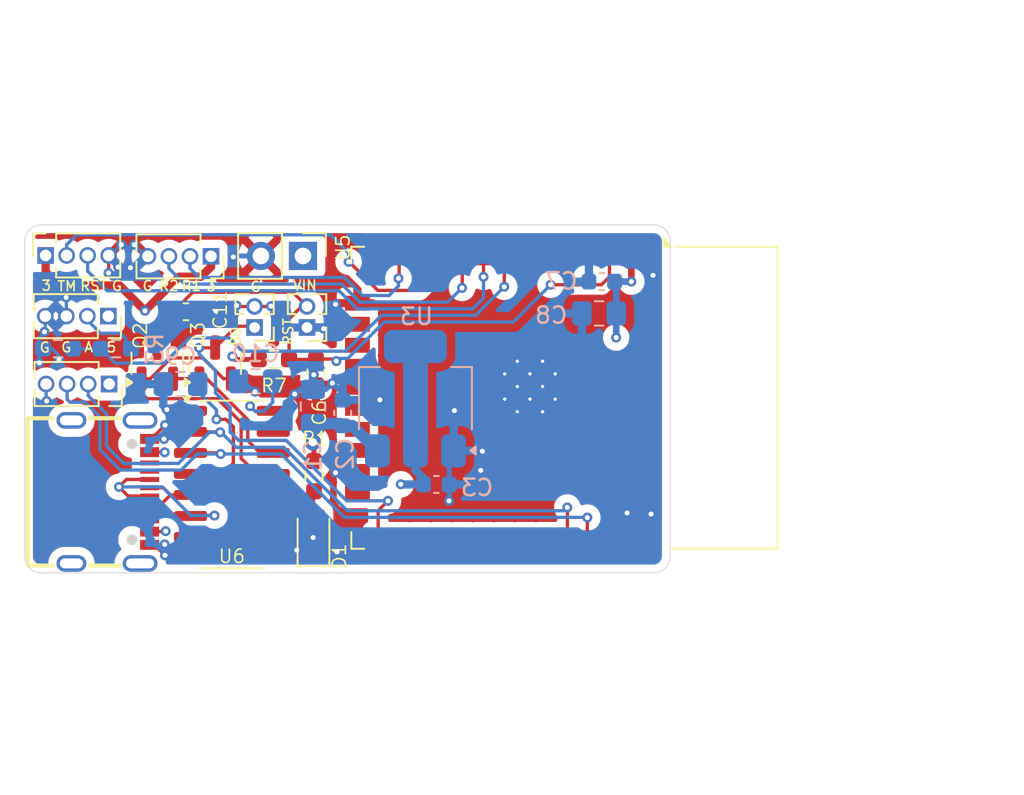
<source format=kicad_pcb>
(kicad_pcb (version 20241229) (generator "pcbnew") (generator_version "9.0")
  (layers (0 "F.Cu" signal) (4 "In1.Cu" signal) (6 "In2.Cu" signal) (2 "B.Cu" signal) (13 "F.Paste" user) (15 "B.Paste" user) (5 "F.SilkS" user "F.Silkscreen") (7 "B.SilkS" user "B.Silkscreen") (1 "F.Mask" user) (3 "B.Mask" user) (25 "Edge.Cuts" user))
  (net 0 "")
  (net 1 "GND")
  (net 2 "+5V")
  (net 3 "+3.3V")
  (net 4 "ESP_EN")
  (net 5 "Net-(U6-V3)")
  (net 6 "Net-(D1-A)")
  (net 7 "ESP_RELAY_TRIG1")
  (net 8 "ESP_RELAY_TRIG2")
  (net 9 "ESP_RX")
  (net 10 "ESP_TX")
  (net 11 "ESP_RELAY_RST")
  (net 12 "Net-(J2-Pin_2)")
  (net 13 "TEST_MODE")
  (net 14 "Net-(Q2-G)")
  (net 15 "Net-(Q2-S)")
  (net 16 "ESP_I0")
  (net 17 "ESP_ADC")
  (net 35 "Net-(U6-UD-)")
  (net 42 "Net-(U6-UD+)")
  (footprint "RF_Module:ESP32-WROOM-32" (layer "F.Cu") (at 87.425 104.285 -90)
    (property "Reference" "U5")
    (property "Value" "ESP32-WROOM-32")
  )
  (footprint "Connector_PinHeader_2.54mm:PinHeader_1x02_P2.54mm_Vertical" (layer "F.Cu") (at 74.625 95.72 -90)
    (property "Reference" "J1" (hide yes))
    (property "Value" "Conn_01x02_Pin")
  )
  (footprint "Connector_PinSocket_1.27mm:PinSocket_1x04_P1.27mm_Vertical" (layer "F.Cu") (at 62.92 103.455 -90)
    (property "Reference" "J4" (hide yes))
    (property "Value" "Conn_01x04_Pin" (hide yes))
  )
  (footprint "Connector_PinHeader_1.27mm:PinHeader_1x02_P1.27mm_Vertical" (layer "F.Cu") (at 74.87 100.04 180)
    (property "Reference" "SW1" (hide yes))
    (property "Value" "SW_Push")
  )
  (footprint "Package_TO_SOT_SMD:SOT-23" (layer "F.Cu") (at 69.32 102.19 90)
    (property "Reference" "Q3")
    (property "Value" "BSS138")
  )
  (footprint "LED_SMD:LED_0805_2012Metric_Pad1.15x1.40mm_HandSolder" (layer "F.Cu") (at 75.26 112.5975 90)
    (property "Reference" "D1")
    (property "Value" "LED")
  )
  (footprint "Capacitor_SMD:C_0603_1608Metric" (layer "F.Cu") (at 75.41 102.72 90)
    (property "Reference" "C6")
    (property "Value" "0.1uF")
  )
  (footprint "Connector_PinSocket_1.27mm:PinSocket_1x04_P1.27mm_Vertical" (layer "F.Cu") (at 69.07 95.74 -90)
    (property "Reference" "J3" (hide yes))
    (property "Value" "Conn_01x04_Pin" (hide yes))
  )
  (footprint "Connector_PinSocket_1.27mm:PinSocket_1x04_P1.27mm_Vertical" (layer "F.Cu") (at 59.08 95.69 90)
    (property "Reference" "J5" (hide yes))
    (property "Value" "Conn_01x04_Pin" (hide yes))
  )
  (footprint "Capacitor_SMD:C_0603_1608Metric" (layer "F.Cu") (at 67.56 99.09 180)
    (property "Reference" "C11")
    (property "Value" "0.1uF")
  )
  (footprint "Connector_PinHeader_1.27mm:PinHeader_1x02_P1.27mm_Vertical" (layer "F.Cu") (at 71.7 100.04 180)
    (property "Reference" "SW2" (hide yes))
    (property "Value" "SW_Push")
  )
  (footprint "Connector_PinSocket_1.27mm:PinSocket_1x04_P1.27mm_Vertical" (layer "F.Cu") (at 62.87 99.355 -90)
    (property "Reference" "J2" (hide yes))
    (property "Value" "Conn_01x04_Pin" (hide yes))
  )
  (footprint "Resistor_SMD:R_0603_1608Metric_Pad0.98x0.95mm_HandSolder" (layer "F.Cu") (at 72.8725 101.97)
    (property "Reference" "R7")
    (property "Value" "1K")
  )
  (footprint "Package_SO:SOP-16_3.9x9.9mm_P1.27mm" (layer "F.Cu") (at 70.33 109.52)
    (property "Reference" "U6")
    (property "Value" "CH340C")
  )
  (footprint "Package_TO_SOT_SMD:SOT-23" (layer "F.Cu") (at 65.8275 102.2 90)
    (property "Reference" "Q2")
    (property "Value" "BSS138")
  )
  (footprint "Resistor_SMD:R_0603_1608Metric_Pad0.98x0.95mm_HandSolder" (layer "F.Cu") (at 75.29 109.02 -90)
    (property "Reference" "R1")
    (property "Value" "1K")
  )
  (footprint "EasyEDA_Lib:USB-C-SMD_TYPE-C16PIN" (layer "F.Cu") (at 63 109.97 -90)
    (property "Reference" "USB1" (hide yes))
    (property "Value" "~")
    (fp_poly (pts (xy -2.56778 -1.330421) (xy -2.589739 -1.412372) (xy -2.63216 -1.485847) (xy -2.692153 -1.54584) (xy -2.765628 -1.588261) (xy -2.847579 -1.61022) (xy -2.932421 -1.61022) (xy -3.014372 -1.588261) (xy -3.087847 -1.54584) (xy -3.14784 -1.485847) (xy -3.190261 -1.412372) (xy -3.21222 -1.330421) (xy -3.21222 -1.245579) (xy -3.190261 -1.163628) (xy -3.14784 -1.090153) (xy -3.087847 -1.03016) (xy -3.014372 -0.987739) (xy -2.932421 -0.96578) (xy -2.847579 -0.96578) (xy -2.765628 -0.987739) (xy -2.692153 -1.03016) (xy -2.63216 -1.090153) (xy -2.589739 -1.163628) (xy -2.56778 -1.245579)) (fill yes) (layer "Edge.Cuts"))
    (fp_poly (pts (xy 3.21222 -1.330421) (xy 3.190261 -1.412372) (xy 3.14784 -1.485847) (xy 3.087847 -1.54584) (xy 3.014372 -1.588261) (xy 2.932421 -1.61022) (xy 2.847579 -1.61022) (xy 2.765628 -1.588261) (xy 2.692153 -1.54584) (xy 2.63216 -1.485847) (xy 2.589739 -1.412372) (xy 2.56778 -1.330421) (xy 2.56778 -1.245579) (xy 2.589739 -1.163628) (xy 2.63216 -1.090153) (xy 2.692153 -1.03016) (xy 2.765628 -0.987739) (xy 2.847579 -0.96578) (xy 2.932421 -0.96578) (xy 3.014372 -0.987739) (xy 3.087847 -1.03016) (xy 3.14784 -1.090153) (xy 3.190261 -1.163628) (xy 3.21222 -1.245579)) (fill yes) (layer "Edge.Cuts"))
  )
  (footprint "Capacitor_SMD:C_0805_2012Metric_Pad1.18x1.45mm_HandSolder" (layer "B.Cu") (at 92.51 99.19 180)
    (property "Reference" "C8")
    (property "Value" "0.1uF")
  )
  (footprint "Resistor_SMD:R_0603_1608Metric_Pad0.98x0.95mm_HandSolder" (layer "B.Cu") (at 63.33 101.32 180)
    (property "Reference" "R3")
    (property "Value" "0")
  )
  (footprint "Package_TO_SOT_SMD:SOT-223-3_TabPin2" (layer "B.Cu") (at 81.42 104.34 90)
    (property "Reference" "U3")
    (property "Value" "AMS1117-3.3")
  )
  (footprint "Capacitor_SMD:C_0603_1608Metric" (layer "B.Cu") (at 92.67 97.27 180)
    (property "Reference" "C7")
    (property "Value" "10uF")
  )
  (footprint "Capacitor_SMD:C_0805_2012Metric_Pad1.18x1.45mm_HandSolder" (layer "B.Cu") (at 71.76 103.29 180)
    (property "Reference" "C10")
    (property "Value" "10uF")
  )
  (footprint "Capacitor_SMD:C_0603_1608Metric" (layer "B.Cu") (at 82.68 109.52 180)
    (property "Reference" "C3")
    (property "Value" "10uF")
  )
  (footprint "Capacitor_SMD:C_0805_2012Metric_Pad1.18x1.45mm_HandSolder" (layer "B.Cu") (at 75.23 104.8125 90)
    (property "Reference" "C1")
    (property "Value" "100uF")
  )
  (footprint "Resistor_SMD:R_0603_1608Metric_Pad0.98x0.95mm_HandSolder" (layer "B.Cu") (at 59.83 101.32 180)
    (property "Reference" "R4" (hide yes))
    (property "Value" "0")
  )
  (footprint "Capacitor_SMD:C_0805_2012Metric_Pad1.18x1.45mm_HandSolder" (layer "B.Cu") (at 67.23 103.46 180)
    (property "Reference" "C9")
    (property "Value" "0.1uF")
  )
  (footprint "Capacitor_SMD:C_0603_1608Metric" (layer "B.Cu") (at 77.02 105.2 -90)
    (property "Reference" "C2")
    (property "Value" "10uF")
  )
  (gr_arc (start 57.815 94.84) (mid 58.107893 94.132893) (end 58.815 93.84) (stroke (width 0.05)) (layer "Edge.Cuts"))
  (gr_line (start 57.815 113.86) (end 57.815 94.84) (stroke (width 0.05)) (layer "Edge.Cuts"))
  (gr_arc (start 58.815 114.86) (mid 58.107893 114.567107) (end 57.815 113.86) (stroke (width 0.05)) (layer "Edge.Cuts"))
  (gr_line (start 58.815 93.84) (end 95.805 93.84) (stroke (width 0.05)) (layer "Edge.Cuts"))
  (gr_line (start 96.805 94.84) (end 96.805 113.86) (stroke (width 0.05)) (layer "Edge.Cuts"))
  (gr_line (start 95.805 114.86) (end 58.815 114.86) (stroke (width 0.05)) (layer "Edge.Cuts"))
  (gr_arc (start 96.805 113.86) (mid 96.512107 114.567107) (end 95.805 114.86) (stroke (width 0.05)) (layer "Edge.Cuts"))
  (gr_arc (start 95.805 93.84) (mid 96.512107 94.132893) (end 96.805 94.84) (stroke (width 0.05)) (layer "Edge.Cuts"))
  (gr_text "G" (at 64.87 97.88 0) (layer "F.SilkS") (effects (font (size 0.6 0.6) (thickness 0.1)) (justify left bottom)))
  (gr_text "RST" (at 61.11 97.88 0) (layer "F.SilkS") (effects (font (size 0.6 0.6) (thickness 0.1)) (justify left bottom)))
  (gr_text "VIN" (at 73.96 97.85 0) (layer "F.SilkS") (effects (font (size 0.6 0.6) (thickness 0.1)) (justify left bottom)))
  (gr_text "G" (at 59.96 101.59 0) (layer "F.SilkS") (effects (font (size 0.6 0.6) (thickness 0.1)) (justify left bottom)))
  (gr_text "B0" (at 70.91 101.23 90) (layer "F.SilkS") (effects (font (size 0.6 0.6) (thickness 0.1)) (justify left bottom)))
  (gr_text "3" (at 68.74 97.89 0) (layer "F.SilkS") (effects (font (size 0.6 0.6) (thickness 0.1)) (justify left bottom)))
  (gr_text "TM" (at 59.73 97.9 0) (layer "F.SilkS") (effects (font (size 0.6 0.6) (thickness 0.1)) (justify left bottom)))
  (gr_text "G" (at 71.38 97.93 0) (layer "F.SilkS") (effects (font (size 0.6 0.6) (thickness 0.1)) (justify left bottom)))
  (gr_text "R2" (at 65.88 97.88 0) (layer "F.SilkS") (effects (font (size 0.6 0.6) (thickness 0.1)) (justify left bottom)))
  (gr_text "R1" (at 67.23 97.88 0) (layer "F.SilkS") (effects (font (size 0.6 0.6) (thickness 0.1)) (justify left bottom)))
  (gr_text "G" (at 58.66 101.6 0) (layer "F.SilkS") (effects (font (size 0.6 0.6) (thickness 0.1)) (justify left bottom)))
  (gr_text "RST" (at 74.09 101.17 90) (layer "F.SilkS") (effects (font (size 0.6 0.6) (thickness 0.1)) (justify left bottom)))
  (gr_text "3" (at 58.77 97.86 0) (layer "F.SilkS") (effects (font (size 0.6 0.6) (thickness 0.1)) (justify left bottom)))
  (gr_text "G" (at 63.02 97.88 0) (layer "F.SilkS") (effects (font (size 0.6 0.6) (thickness 0.1)) (justify left bottom)))
  (gr_text "A" (at 61.36 101.58 0) (layer "F.SilkS") (effects (font (size 0.6 0.6) (thickness 0.1)) (justify left bottom)))
  (gr_text "5" (at 62.7 101.59 0) (layer "F.SilkS") (effects (font (size 0.6 0.6) (thickness 0.1)) (justify left bottom)))
  (segment (start 95.675 111.335) (end 95.65 111.31) (width 0.3) (layer "F.Cu") (net 1))
  (segment (start 76.305 103.495) (end 76.4 103.4) (width 0.3) (layer "F.Cu") (net 1))
  (segment (start 95.675 113.035) (end 95.675 112.355) (width 0.3) (layer "F.Cu") (net 1))
  (segment (start 68.335 99.09) (end 69.34 99.09) (width 0.2) (layer "F.Cu") (net 1))
  (segment (start 69.34 99.09) (end 69.37 99.06) (width 0.2) (layer "F.Cu") (net 1))
  (segment (start 95.675 96.795) (end 95.77 96.89) (width 0.2) (layer "F.Cu") (net 1))
  (segment (start 65.66 113.17) (end 66.29 113.8) (width 0.2) (layer "F.Cu") (net 1))
  (segment (start 62.89 95.69) (end 62.89 95.820948) (width 0.2) (layer "F.Cu") (net 1))
  (segment (start 76.6575 113.6225) (end 76.69 113.59) (width 0.3) (layer "F.Cu") (net 1))
  (segment (start 62.88 96.75) (end 62.88 96.577516) (width 0.2) (layer "F.Cu") (net 1))
  (segment (start 62.89 96.567516) (end 62.89 95.69) (width 0.2) (layer "F.Cu") (net 1))
  (segment (start 67.83 105.075) (end 66.475 105.075) (width 0.3) (layer "F.Cu") (net 1))
  (segment (start 65.3625 113.17) (end 65.66 113.17) (width 0.2) (layer "F.Cu") (net 1))
  (segment (start 66.24 113.17) (end 66.27 113.14) (width 0.2) (layer "F.Cu") (net 1))
  (segment (start 65.3625 113.17) (end 66.24 113.17) (width 0.2) (layer "F.Cu") (net 1))
  (segment (start 71.7 98.77) (end 70.67 98.77) (width 0.2) (layer "F.Cu") (net 1))
  (segment (start 65.3625 106.77) (end 65.4621 106.77) (width 0.2) (layer "F.Cu") (net 1))
  (segment (start 70.67 98.77) (end 70.61 98.71) (width 0.2) (layer "F.Cu") (net 1))
  (segment (start 75.8 100.04) (end 75.87 100.11) (width 0.2) (layer "F.Cu") (net 1))
  (segment (start 75.26 113.6225) (end 76.6575 113.6225) (width 0.3) (layer "F.Cu") (net 1))
  (segment (start 74.377601 113.6225) (end 74.243117 113.488016) (width 0.3) (layer "F.Cu") (net 1))
  (segment (start 95.675 95.535) (end 95.675 96.795) (width 0.2) (layer "F.Cu") (net 1))
  (segment (start 95.675 113.035) (end 95.675 111.335) (width 0.3) (layer "F.Cu") (net 1))
  (segment (start 65.4621 106.77) (end 66.295573 105.936527) (width 0.2) (layer "F.Cu") (net 1))
  (segment (start 62.88 96.577516) (end 62.89 96.567516) (width 0.2) (layer "F.Cu") (net 1))
  (segment (start 95.675 112.355) (end 94.56 111.24) (width 0.3) (layer "F.Cu") (net 1))
  (segment (start 66.22 106.77) (end 66.23 106.78) (width 0.2) (layer "F.Cu") (net 1))
  (segment (start 75.26 112.75) (end 75.24 112.73) (width 0.3) (layer "F.Cu") (net 1))
  (segment (start 71.7 98.77) (end 72.67 98.77) (width 0.2) (layer "F.Cu") (net 1))
  (segment (start 75.26 113.6225) (end 75.26 112.75) (width 0.3) (layer "F.Cu") (net 1))
  (segment (start 72.67 98.77) (end 72.69 98.75) (width 0.2) (layer "F.Cu") (net 1))
  (segment (start 76.655 98.575) (end 76.59 98.64) (width 0.2) (layer "F.Cu") (net 1))
  (segment (start 77.915 98.575) (end 76.655 98.575) (width 0.2) (layer "F.Cu") (net 1))
  (segment (start 75.41 103.495) (end 76.305 103.495) (width 0.3) (layer "F.Cu") (net 1))
  (segment (start 65.3625 106.77) (end 66.22 106.77) (width 0.2) (layer "F.Cu") (net 1))
  (segment (start 75.26 113.6225) (end 74.377601 113.6225) (width 0.3) (layer "F.Cu") (net 1))
  (segment (start 62.89 95.820948) (end 63.460965 96.391913) (width 0.2) (layer "F.Cu") (net 1))
  (segment (start 94.56 111.24) (end 94.2 111.24) (width 0.3) (layer "F.Cu") (net 1))
  (segment (start 66.475 105.075) (end 66.4 105) (width 0.3) (layer "F.Cu") (net 1))
  (segment (start 74.87 100.04) (end 75.8 100.04) (width 0.2) (layer "F.Cu") (net 1))
  (via (at 58.7 102.18) (size 0.6) (drill 0.3) (layers "F.Cu" "B.Cu") (net 1))
  (via (at 75.24 112.73) (size 0.6) (drill 0.3) (layers "F.Cu" "B.Cu") (net 1))
  (via (at 66.29 113.8) (size 0.6) (drill 0.3) (layers "F.Cu" "B.Cu") (net 1))
  (via (at 64.43 95.041) (size 0.6) (drill 0.3) (layers "F.Cu" "B.Cu") (net 1))
  (via (at 76.4 103.4) (size 0.6) (drill 0.3) (layers "F.Cu" "B.Cu") (net 1))
  (via (at 63.65 95.041) (size 0.6) (drill 0.3) (layers "F.Cu" "B.Cu") (net 1))
  (via (at 59.011655 100.30377) (size 0.6) (drill 0.3) (layers "F.Cu" "B.Cu") (net 1))
  (via (at 74.119669 104.060331) (size 0.6) (drill 0.3) (layers "F.Cu" "B.Cu") (net 1))
  (via (at 70.42 95.78) (size 0.6) (drill 0.3) (layers "F.Cu" "B.Cu") (net 1))
  (via (at 63.460965 96.391913) (size 0.6) (drill 0.3) (layers "F.Cu" "B.Cu") (net 1))
  (via (at 85.46 107.52) (size 0.6) (drill 0.3) (layers "F.Cu" "B.Cu") (net 1))
  (via (at 75.279106 102.895) (size 0.6) (drill 0.3) (layers "F.Cu" "B.Cu") (net 1))
  (via (at 60.32 98.23) (size 0.6) (drill 0.3) (layers "F.Cu" "B.Cu") (net 1))
  (via (at 76.59 108.81) (size 0.6) (drill 0.3) (layers "F.Cu" "B.Cu") (net 1))
  (via (at 76.59 98.64) (size 0.6) (drill 0.3) (layers "F.Cu" "B.Cu") (net 1))
  (via (at 83.45 110.509) (size 0.6) (drill 0.3) (layers "F.Cu" "B.Cu") (net 1))
  (via (at 72.69 98.75) (size 0.6) (drill 0.3) (layers "F.Cu" "B.Cu") (net 1))
  (via (at 59.892293 101.986692) (size 0.6) (drill 0.3) (layers "F.Cu" "B.Cu") (net 1))
  (via (at 83.77 105.06) (size 0.6) (drill 0.3) (layers "F.Cu" "B.Cu") (net 1))
  (via (at 62.88 96.75) (size 0.6) (drill 0.3) (layers "F.Cu" "B.Cu") (net 1))
  (via (at 79.27 104.41) (size 0.6) (drill 0.3) (layers "F.Cu" "B.Cu") (net 1))
  (via (at 85.36 108.67) (size 0.6) (drill 0.3) (layers "F.Cu" "B.Cu") (net 1))
  (via (at 74.243117 113.488016) (size 0.6) (drill 0.3) (layers "F.Cu" "B.Cu") (net 1))
  (via (at 59.14 104.48) (size 0.6) (drill 0.3) (layers "F.Cu" "B.Cu") (net 1))
  (via (at 94.2 111.24) (size 0.6) (drill 0.3) (layers "F.Cu" "B.Cu") (net 1))
  (via (at 76.69 113.59) (size 0.6) (drill 0.3) (layers "F.Cu" "B.Cu") (net 1))
  (via (at 75.87 100.11) (size 0.6) (drill 0.3) (layers "F.Cu" "B.Cu") (net 1))
  (via (at 95.65 111.31) (size 0.6) (drill 0.3) (layers "F.Cu" "B.Cu") (net 1))
  (via (at 66.27 113.14) (size 0.6) (drill 0.3) (layers "F.Cu" "B.Cu") (net 1))
  (via (at 66.295573 105.936527) (size 0.6) (drill 0.3) (layers "F.Cu" "B.Cu") (net 1))
  (via (at 66.23 106.78) (size 0.6) (drill 0.3) (layers "F.Cu" "B.Cu") (net 1))
  (via (at 66.4 105) (size 0.6) (drill 0.3) (layers "F.Cu" "B.Cu") (net 1))
  (via (at 95.77 96.89) (size 0.6) (drill 0.3) (layers "F.Cu" "B.Cu") (net 1))
  (via (at 70.61 98.71) (size 0.6) (drill 0.3) (layers "F.Cu" "B.Cu") (net 1))
  (via (at 71.726309 103.920861) (size 0.6) (drill 0.3) (layers "F.Cu" "B.Cu") (net 1))
  (via (at 69.37 99.06) (size 0.6) (drill 0.3) (layers "F.Cu" "B.Cu") (net 1))
  (via (at 64.21 96.43) (size 0.6) (drill 0.3) (layers "F.Cu" "B.Cu") (net 1))
  (segment (start 59.06 100.255425) (end 59.011655 100.30377) (width 0.2) (layer "B.Cu") (net 1))
  (segment (start 75.23 103.775) (end 75.23 102.944106) (width 0.3) (layer "B.Cu") (net 1))
  (segment (start 63.001 95.69) (end 62.89 95.69) (width 0.2) (layer "B.Cu") (net 1))
  (segment (start 65.26 95.74) (end 65.24 95.76) (width 0.2) (layer "B.Cu") (net 1))
  (segment (start 83.455 109.52) (end 83.455 110.504) (width 0.3) (layer "B.Cu") (net 1))
  (segment (start 59.11 103.455) (end 59.11 104.45) (width 0.2) (layer "B.Cu") (net 1))
  (segment (start 59.892293 101.986692) (end 59.892293 101.756768) (width 0.2) (layer "B.Cu") (net 1))
  (segment (start 65.24 95.76) (end 64.88 95.76) (width 0.2) (layer "B.Cu") (net 1))
  (segment (start 58.9175 101.32) (end 58.6875 101.55) (width 0.2) (layer "B.Cu") (net 1))
  (segment (start 60.33 98.24) (end 60.32 98.23) (width 0.2) (layer "B.Cu") (net 1))
  (segment (start 58.6875 100.627925) (end 59.011655 100.30377) (width 0.2) (layer "B.Cu") (net 1))
  (segment (start 71.675448 103.87) (end 71.6 103.87) (width 0.3) (layer "B.Cu") (net 1))
  (segment (start 59.06 99.355) (end 59.06 100.255425) (width 0.2) (layer "B.Cu") (net 1))
  (segment (start 77.02 104.425) (end 79.255 104.425) (width 0.3) (layer "B.Cu") (net 1))
  (segment (start 58.9175 101.32) (end 58.6875 101.09) (width 0.2) (layer "B.Cu") (net 1))
  (segment (start 72.085 95.72) (end 70.48 95.72) (width 0.3) (layer "B.Cu") (net 1))
  (segment (start 71.02 103.29) (end 70.7225 103.29) (width 0.3) (layer "B.Cu") (net 1))
  (segment (start 58.6875 101.09) (end 58.6875 100.627925) (width 0.2) (layer "B.Cu") (net 1))
  (segment (start 71.6 103.87) (end 71.02 103.29) (width 0.3) (layer "B.Cu") (net 1))
  (segment (start 65.24 95.76) (end 65.149 95.76) (width 0.2) (layer "B.Cu") (net 1))
  (segment (start 74.405 103.775) (end 74.119669 104.060331) (width 0.3) (layer "B.Cu") (net 1))
  (segment (start 76.025 103.775) (end 76.4 103.4) (width 0.3) (layer "B.Cu") (net 1))
  (segment (start 60.33 99.355) (end 60.33 98.24) (width 0.2) (layer "B.Cu") (net 1))
  (segment (start 75.23 103.775) (end 74.405 103.775) (width 0.3) (layer "B.Cu") (net 1))
  (segment (start 83.72 107.49) (end 85.43 107.49) (width 0.3) (layer "B.Cu") (net 1))
  (segment (start 75.23 102.944106) (end 75.279106 102.895) (width 0.3) (layer "B.Cu") (net 1))
  (segment (start 84.51 109.52) (end 85.36 108.67) (width 0.3) (layer "B.Cu") (net 1))
  (segment (start 63.65 95.041) (end 63.001 95.69) (width 0.2) (layer "B.Cu") (net 1))
  (segment (start 77.02 104.02) (end 76.4 103.4) (width 0.3) (layer "B.Cu") (net 1))
  (segment (start 71.726309 103.920861) (end 71.675448 103.87) (width 0.3) (layer "B.Cu") (net 1))
  (segment (start 79.255 104.425) (end 79.27 104.41) (width 0.3) (layer "B.Cu") (net 1))
  (segment (start 83.72 105.11) (end 83.77 105.06) (width 0.3) (layer "B.Cu") (net 1))
  (segment (start 77.02 104.425) (end 77.02 104.02) (width 0.3) (layer "B.Cu") (net 1))
  (segment (start 58.6875 102.1675) (end 58.7 102.18) (width 0.2) (layer "B.Cu") (net 1))
  (segment (start 83.455 107.755) (end 83.72 107.49) (width 0.3) (layer "B.Cu") (net 1))
  (segment (start 75.23 103.775) (end 76.025 103.775) (width 0.3) (layer "B.Cu") (net 1))
  (segment (start 64.88 95.76) (end 64.21 96.43) (width 0.2) (layer "B.Cu") (net 1))
  (segment (start 83.455 109.52) (end 83.455 107.755) (width 0.3) (layer "B.Cu") (net 1))
  (segment (start 59.11 104.45) (end 59.14 104.48) (width 0.2) (layer "B.Cu") (net 1))
  (segment (start 85.43 107.49) (end 85.46 107.52) (width 0.3) (layer "B.Cu") (net 1))
  (segment (start 83.455 110.504) (end 83.45 110.509) (width 0.3) (layer "B.Cu") (net 1))
  (segment (start 83.72 107.49) (end 83.72 105.11) (width 0.3) (layer "B.Cu") (net 1))
  (segment (start 83.455 109.52) (end 84.51 109.52) (width 0.3) (layer "B.Cu") (net 1))
  (segment (start 59.892293 101.756768) (end 59.455525 101.32) (width 0.2) (layer "B.Cu") (net 1))
  (segment (start 59.455525 101.32) (end 58.9175 101.32) (width 0.2) (layer "B.Cu") (net 1))
  (segment (start 70.48 95.72) (end 70.42 95.78) (width 0.3) (layer "B.Cu") (net 1))
  (segment (start 65.149 95.76) (end 64.43 95.041) (width 0.2) (layer "B.Cu") (net 1))
  (segment (start 58.6875 101.55) (end 58.6875 102.1675) (width 0.2) (layer "B.Cu") (net 1))
  (segment (start 71.43 104.79) (end 71.75 105.11) (width 0.2) (layer "F.Cu") (net 2))
  (segment (start 72.795 105.11) (end 72.83 105.075) (width 0.2) (layer "F.Cu") (net 2))
  (segment (start 66.26315 107.57) (end 66.272047 107.578897) (width 0.2) (layer "F.Cu") (net 2))
  (segment (start 75.29 107.04) (end 75.22 106.97) (width 0.3) (layer "F.Cu") (net 2))
  (segment (start 65.3625 112.37) (end 66.306342 112.37) (width 0.2) (layer "F.Cu") (net 2))
  (segment (start 71.75 105.11) (end 72.795 105.11) (width 0.2) (layer "F.Cu") (net 2))
  (segment (start 75.29 108.1075) (end 75.29 107.04) (width 0.3) (layer "F.Cu") (net 2))
  (segment (start 66.306342 112.37) (end 66.333796 112.342546) (width 0.2) (layer "F.Cu") (net 2))
  (segment (start 65.3625 107.57) (end 66.26315 107.57) (width 0.2) (layer "F.Cu") (net 2))
  (via (at 71.43 104.79) (size 0.6) (drill 0.3) (layers "F.Cu" "B.Cu") (net 2))
  (via (at 66.272047 107.578897) (size 0.6) (drill 0.3) (layers "F.Cu" "B.Cu") (net 2))
  (via (at 75.22 106.97) (size 1) (drill 0.5) (layers "F.Cu" "B.Cu") (net 2))
  (via (at 66.333796 112.342546) (size 0.6) (drill 0.3) (layers "F.Cu" "B.Cu") (net 2))
  (segment (start 75.23 105.85) (end 76.895 105.85) (width 0.7) (layer "B.Cu") (net 2))
  (segment (start 77.605 105.975) (end 79.12 107.49) (width 0.7) (layer "B.Cu") (net 2))
  (segment (start 71.75 105.11) (end 72.25 105.11) (width 0.2) (layer "B.Cu") (net 2))
  (segment (start 77.02 105.975) (end 77.605 105.975) (width 0.7) (layer "B.Cu") (net 2))
  (segment (start 75.23 106.96) (end 75.22 106.97) (width 0.7) (layer "B.Cu") (net 2))
  (segment (start 75.23 105.85) (end 75.23 106.96) (width 0.7) (layer "B.Cu") (net 2))
  (segment (start 76.895 105.85) (end 77.02 105.975) (width 0.7) (layer "B.Cu") (net 2))
  (segment (start 71.43 104.79) (end 71.75 105.11) (width 0.2) (layer "B.Cu") (net 2))
  (segment (start 72.7975 104.5625) (end 72.7975 103.29) (width 0.2) (layer "B.Cu") (net 2))
  (segment (start 72.25 105.11) (end 72.7975 104.5625) (width 0.2) (layer "B.Cu") (net 2))
  (segment (start 65.08 99.03) (end 67.14 96.97) (width 0.5) (layer "F.Cu") (net 3))
  (segment (start 59.48 97.09) (end 60.61 97.09) (width 0.5) (layer "F.Cu") (net 3))
  (segment (start 67.14 96.97) (end 68.47 96.97) (width 0.5) (layer "F.Cu") (net 3))
  (segment (start 59.08 96.69) (end 59.48 97.09) (width 0.5) (layer "F.Cu") (net 3))
  (segment (start 70.54 101.97) (end 70.36 101.79) (width 0.3) (layer "F.Cu") (net 3))
  (segment (start 68.47 96.97) (end 69.07 96.37) (width 0.5) (layer "F.Cu") (net 3))
  (segment (start 63.55 97.5) (end 65.08 99.03) (width 0.5) (layer "F.Cu") (net 3))
  (segment (start 61.02 97.5) (end 63.55 97.5) (width 0.5) (layer "F.Cu") (net 3))
  (segment (start 60.61 97.09) (end 61.02 97.5) (width 0.5) (layer "F.Cu") (net 3))
  (segment (start 94.46 97.27) (end 94.46 95.59) (width 0.4) (layer "F.Cu") (net 3))
  (segment (start 71.96 101.97) (end 70.54 101.97) (width 0.3) (layer "F.Cu") (net 3))
  (segment (start 59.08 95.69) (end 59.08 96.69) (width 0.5) (layer "F.Cu") (net 3))
  (segment (start 94.46 95.59) (end 94.405 95.535) (width 0.4) (layer "F.Cu") (net 3))
  (segment (start 69.07 96.37) (end 69.07 95.74) (width 0.5) (layer "F.Cu") (net 3))
  (via (at 70.36 101.79) (size 0.6) (drill 0.3) (layers "F.Cu" "B.Cu") (net 3))
  (via (at 93.54 100.65) (size 0.6) (drill 0.3) (layers "F.Cu" "B.Cu") (net 3))
  (via (at 80.53 109.51) (size 0.6) (drill 0.3) (layers "F.Cu" "B.Cu") (net 3))
  (via (at 94.46 97.27) (size 0.6) (drill 0.3) (layers "F.Cu" "B.Cu") (net 3))
  (via (at 65.08 99.03) (size 0.6) (drill 0.3) (layers "F.Cu" "B.Cu") (net 3))
  (segment (start 93.445 97.405) (end 93.445 97.27) (width 0.4) (layer "B.Cu") (net 3))
  (segment (start 93.5475 99.19) (end 93.5475 97.5075) (width 0.4) (layer "B.Cu") (net 3))
  (segment (start 93.5475 97.5075) (end 93.445 97.405) (width 0.4) (layer "B.Cu") (net 3))
  (segment (start 93.5475 100.6425) (end 93.54 100.65) (width 0.4) (layer "B.Cu") (net 3))
  (segment (start 81.905 109.52) (end 81.905 109.155) (width 0.5) (layer "B.Cu") (net 3))
  (segment (start 81.42 108.67) (end 81.42 107.49) (width 0.5) (layer "B.Cu") (net 3))
  (segment (start 81.905 109.52) (end 80.54 109.52) (width 0.5) (layer "B.Cu") (net 3))
  (segment (start 80.54 109.52) (end 80.53 109.51) (width 0.5) (layer "B.Cu") (net 3))
  (segment (start 81.905 109.155) (end 81.42 108.67) (width 0.5) (layer "B.Cu") (net 3))
  (segment (start 93.445 97.27) (end 94.46 97.27) (width 0.4) (layer "B.Cu") (net 3))
  (segment (start 81.42 101.19) (end 81.42 107.49) (width 1.5) (layer "B.Cu") (net 3))
  (segment (start 93.5475 99.19) (end 93.5475 100.6425) (width 0.4) (layer "B.Cu") (net 3))
  (segment (start 65.8275 101.2625) (end 65.8275 100.0475) (width 0.2) (layer "F.Cu") (net 4))
  (segment (start 76.515 101.945) (end 76.64 102.07) (width 0.2) (layer "F.Cu") (net 4))
  (segment (start 74.01 97.91) (end 74.87 98.77) (width 0.2) (layer "F.Cu") (net 4))
  (segment (start 74.538 98.77) (end 74.87 98.77) (width 0.2) (layer "F.Cu") (net 4))
  (segment (start 93.135 96.975) (end 93.135 95.535) (width 0.2) (layer "F.Cu") (net 4))
  (segment (start 75.41 101.945) (end 76.515 101.945) (width 0.2) (layer "F.Cu") (net 4))
  (segment (start 73.785 99.523) (end 74.538 98.77) (width 0.2) (layer "F.Cu") (net 4))
  (segment (start 65.8275 100.0475) (end 66.785 99.09) (width 0.2) (layer "F.Cu") (net 4))
  (segment (start 67.965 97.91) (end 74.01 97.91) (width 0.2) (layer "F.Cu") (net 4))
  (segment (start 73.785 101.97) (end 75.385 101.97) (width 0.2) (layer "F.Cu") (net 4))
  (segment (start 75.385 101.97) (end 75.41 101.945) (width 0.2) (layer "F.Cu") (net 4))
  (segment (start 92.65 97.46) (end 93.135 96.975) (width 0.2) (layer "F.Cu") (net 4))
  (segment (start 89.58 97.46) (end 92.65 97.46) (width 0.2) (layer "F.Cu") (net 4))
  (segment (start 66.785 99.09) (end 67.965 97.91) (width 0.2) (layer "F.Cu") (net 4))
  (segment (start 73.785 101.97) (end 73.785 99.523) (width 0.2) (layer "F.Cu") (net 4))
  (via (at 89.58 97.46) (size 0.6) (drill 0.3) (layers "F.Cu" "B.Cu") (net 4))
  (via (at 76.64 102.07) (size 0.6) (drill 0.3) (layers "F.Cu" "B.Cu") (net 4))
  (segment (start 87.329 99.711) (end 89.58 97.46) (width 0.2) (layer "B.Cu") (net 4))
  (segment (start 76.8 101.91) (end 77.3271 101.91) (width 0.2) (layer "B.Cu") (net 4))
  (segment (start 77.3271 101.91) (end 79.08355 100.15355) (width 0.2) (layer "B.Cu") (net 4))
  (segment (start 79.08355 100.15355) (end 79.5261 99.711) (width 0.2) (layer "B.Cu") (net 4))
  (segment (start 76.64 102.07) (end 76.8 101.91) (width 0.2) (layer "B.Cu") (net 4))
  (segment (start 79.5261 99.711) (end 87.329 99.711) (width 0.2) (layer "B.Cu") (net 4))
  (segment (start 70.42 106.04) (end 70.42 108.23) (width 0.2) (layer "F.Cu") (net 5))
  (segment (start 69.97 105.59) (end 70.42 106.04) (width 0.2) (layer "F.Cu") (net 5))
  (segment (start 69.4 105.59) (end 69.97 105.59) (width 0.2) (layer "F.Cu") (net 5))
  (segment (start 69.765 108.885) (end 67.83 108.885) (width 0.2) (layer "F.Cu") (net 5))
  (segment (start 70.42 108.23) (end 69.765 108.885) (width 0.2) (layer "F.Cu") (net 5))
  (via (at 69.4 105.59) (size 0.6) (drill 0.3) (layers "F.Cu" "B.Cu") (net 5))
  (segment (start 68.2675 103.8875) (end 68.2675 103.46) (width 0.2) (layer "B.Cu") (net 5))
  (segment (start 69.4 105.02) (end 68.2675 103.8875) (width 0.2) (layer "B.Cu") (net 5))
  (segment (start 69.4 105.59) (end 69.4 105.02) (width 0.2) (layer "B.Cu") (net 5))
  (segment (start 75.26 109.9625) (end 75.29 109.9325) (width 0.2) (layer "F.Cu") (net 6))
  (segment (start 75.26 111.5725) (end 75.26 109.9625) (width 0.2) (layer "F.Cu") (net 6))
  (segment (start 80.435 97.025) (end 80.39 97.07) (width 0.2) (layer "F.Cu") (net 7))
  (segment (start 80.435 95.535) (end 80.435 97.025) (width 0.2) (layer "F.Cu") (net 7))
  (via (at 80.39 97.07) (size 0.6) (drill 0.3) (layers "F.Cu" "B.Cu") (net 7))
  (segment (start 67.8 96.468) (end 67.8 95.74) (width 0.2) (layer "B.Cu") (net 7))
  (segment (start 77.1322 97.018) (end 68.35 97.018) (width 0.2) (layer "B.Cu") (net 7))
  (segment (start 79.82 98.107) (end 78.2212 98.107) (width 0.2) (layer "B.Cu") (net 7))
  (segment (start 68.35 97.018) (end 67.8 96.468) (width 0.2) (layer "B.Cu") (net 7))
  (segment (start 78.2212 98.107) (end 77.1322 97.018) (width 0.2) (layer "B.Cu") (net 7))
  (segment (start 80.39 97.537) (end 79.82 98.107) (width 0.2) (layer "B.Cu") (net 7))
  (segment (start 80.39 97.07) (end 80.39 97.537) (width 0.2) (layer "B.Cu") (net 7))
  (segment (start 84.23 97.65) (end 84.245 97.635) (width 0.2) (layer "F.Cu") (net 8))
  (segment (start 84.245 97.635) (end 84.245 95.535) (width 0.2) (layer "F.Cu") (net 8))
  (via (at 84.23 97.65) (size 0.6) (drill 0.3) (layers "F.Cu" "B.Cu") (net 8))
  (segment (start 78.0551 98.508) (end 83.372 98.508) (width 0.2) (layer "B.Cu") (net 8))
  (segment (start 83.372 98.508) (end 84.23 97.65) (width 0.2) (layer "B.Cu") (net 8))
  (segment (start 67.48 97.419) (end 76.9661 97.419) (width 0.2) (layer "B.Cu") (net 8))
  (segment (start 76.9661 97.419) (end 78.0551 98.508) (width 0.2) (layer "B.Cu") (net 8))
  (segment (start 66.53 95.74) (end 66.53 96.469) (width 0.2) (layer "B.Cu") (net 8))
  (segment (start 66.53 96.469) (end 67.48 97.419) (width 0.2) (layer "B.Cu") (net 8))
  (segment (start 90.595 113.035) (end 90.595 110.915) (width 0.2) (layer "F.Cu") (net 9))
  (segment (start 69.595 106.345) (end 69.62 106.37) (width 0.2) (layer "F.Cu") (net 9))
  (segment (start 90.595 110.915) (end 90.59 110.91) (width 0.2) (layer "F.Cu") (net 9))
  (segment (start 67.83 106.345) (end 69.595 106.345) (width 0.2) (layer "F.Cu") (net 9))
  (via (at 90.59 110.91) (size 0.6) (drill 0.3) (layers "F.Cu" "B.Cu") (net 9))
  (via (at 69.62 106.37) (size 0.6) (drill 0.3) (layers "F.Cu" "B.Cu") (net 9))
  (segment (start 62.76 107.21) (end 63.8 108.25) (width 0.2) (layer "B.Cu") (net 9))
  (segment (start 61.65 103.455) (end 61.65 104.16) (width 0.2) (layer "B.Cu") (net 9))
  (segment (start 73.4661 107.279) (end 77.2961 111.109) (width 0.2) (layer "B.Cu") (net 9))
  (segment (start 68.98 106.37) (end 69.62 106.37) (width 0.2) (layer "B.Cu") (net 9))
  (segment (start 90.391 111.109) (end 90.59 110.91) (width 0.2) (layer "B.Cu") (net 9))
  (segment (start 67.1 108.25) (end 68.98 106.37) (width 0.2) (layer "B.Cu") (net 9))
  (segment (start 69.62 106.37) (end 69.65 106.34) (width 0.2) (layer "B.Cu") (net 9))
  (segment (start 70.589 107.279) (end 73.4661 107.279) (width 0.2) (layer "B.Cu") (net 9))
  (segment (start 69.65 106.34) (end 70.589 107.279) (width 0.2) (layer "B.Cu") (net 9))
  (segment (start 62.76 105.27) (end 62.76 107.21) (width 0.2) (layer "B.Cu") (net 9))
  (segment (start 63.8 108.25) (end 67.1 108.25) (width 0.2) (layer "B.Cu") (net 9))
  (segment (start 77.2961 111.109) (end 90.391 111.109) (width 0.2) (layer "B.Cu") (net 9))
  (segment (start 61.65 104.16) (end 62.76 105.27) (width 0.2) (layer "B.Cu") (net 9))
  (segment (start 91.8 111.52) (end 91.8 112.97) (width 0.2) (layer "F.Cu") (net 10))
  (segment (start 67.83 107.615) (end 69.585 107.615) (width 0.2) (layer "F.Cu") (net 10))
  (segment (start 91.8 112.97) (end 91.865 113.035) (width 0.2) (layer "F.Cu") (net 10))
  (segment (start 69.585 107.615) (end 69.65 107.68) (width 0.2) (layer "F.Cu") (net 10))
  (via (at 91.8 111.52) (size 0.6) (drill 0.3) (layers "F.Cu" "B.Cu") (net 10))
  (via (at 69.65 107.68) (size 0.6) (drill 0.3) (layers "F.Cu" "B.Cu") (net 10))
  (segment (start 60.54 104.54) (end 60.38 104.38) (width 0.2) (layer "B.Cu") (net 10))
  (segment (start 77.13 111.51) (end 91.79 111.51) (width 0.2) (layer "B.Cu") (net 10))
  (segment (start 69.65 107.68) (end 68.2371 107.68) (width 0.2) (layer "B.Cu") (net 10))
  (segment (start 69.65 107.68) (end 73.3 107.68) (width 0.2) (layer "B.Cu") (net 10))
  (segment (start 68.2371 107.68) (end 67.2661 108.651) (width 0.2) (layer "B.Cu") (net 10))
  (segment (start 63.591 108.651) (end 62.359 107.419) (width 0.2) (layer "B.Cu") (net 10))
  (segment (start 73.3 107.68) (end 77.13 111.51) (width 0.2) (layer "B.Cu") (net 10))
  (segment (start 60.54 104.55) (end 60.54 104.54) (width 0.2) (layer "B.Cu") (net 10))
  (segment (start 91.79 111.51) (end 91.8 111.52) (width 0.2) (layer "B.Cu") (net 10))
  (segment (start 62.359 105.4361) (end 61.4729 104.55) (width 0.2) (layer "B.Cu") (net 10))
  (segment (start 67.2661 108.651) (end 63.591 108.651) (width 0.2) (layer "B.Cu") (net 10))
  (segment (start 62.359 107.419) (end 62.359 105.4361) (width 0.2) (layer "B.Cu") (net 10))
  (segment (start 61.4729 104.55) (end 60.54 104.55) (width 0.2) (layer "B.Cu") (net 10))
  (segment (start 60.38 104.38) (end 60.38 103.455) (width 0.2) (layer "B.Cu") (net 10))
  (segment (start 85.53 96.98) (end 85.53 95.55) (width 0.2) (layer "F.Cu") (net 11))
  (segment (start 85.53 95.55) (end 85.515 95.535) (width 0.2) (layer "F.Cu") (net 11))
  (via (at 85.53 96.98) (size 0.6) (drill 0.3) (layers "F.Cu" "B.Cu") (net 11))
  (segment (start 61.62 96.64) (end 62.8 97.82) (width 0.2) (layer "B.Cu") (net 11))
  (segment (start 85.53 98.2629) (end 85.53 96.98) (width 0.2) (layer "B.Cu") (net 11))
  (segment (start 84.8839 98.909) (end 85.53 98.2629) (width 0.2) (layer "B.Cu") (net 11))
  (segment (start 76.8 97.82) (end 77.889 98.909) (width 0.2) (layer "B.Cu") (net 11))
  (segment (start 61.62 95.69) (end 61.62 96.64) (width 0.2) (layer "B.Cu") (net 11))
  (segment (start 62.8 97.82) (end 76.8 97.82) (width 0.2) (layer "B.Cu") (net 11))
  (segment (start 77.889 98.909) (end 84.8839 98.909) (width 0.2) (layer "B.Cu") (net 11))
  (segment (start 61.6 99.355) (end 61.6 99.596866) (width 0.2) (layer "B.Cu") (net 12))
  (segment (start 63.9025 100.6925) (end 63.9025 100.98) (width 0.2) (layer "B.Cu") (net 12))
  (segment (start 63.6 100.39) (end 63.9025 100.6925) (width 0.2) (layer "B.Cu") (net 12))
  (segment (start 61.6 99.596866) (end 62.393134 100.39) (width 0.2) (layer "B.Cu") (net 12))
  (segment (start 63.9025 100.98) (end 64.2425 101.32) (width 0.2) (layer "B.Cu") (net 12))
  (segment (start 62.393134 100.39) (end 63.6 100.39) (width 0.2) (layer "B.Cu") (net 12))
  (segment (start 77.38 96.07) (end 77.41 96.07) (width 0.2) (layer "F.Cu") (net 13))
  (segment (start 77.41 96.07) (end 79.14 97.8) (width 0.2) (layer "F.Cu") (net 13))
  (segment (start 79.14 97.8) (end 81.66 97.8) (width 0.2) (layer "F.Cu") (net 13))
  (segment (start 82.975 96.485) (end 82.975 95.535) (width 0.2) (layer "F.Cu") (net 13))
  (segment (start 81.66 97.8) (end 82.975 96.485) (width 0.2) (layer "F.Cu") (net 13))
  (via (at 77.38 96.07) (size 0.6) (drill 0.3) (layers "F.Cu" "B.Cu") (net 13))
  (segment (start 60.949 94.441) (end 60.35 95.04) (width 0.2) (layer "B.Cu") (net 13))
  (segment (start 77.38 95.54) (end 76.281 94.441) (width 0.2) (layer "B.Cu") (net 13))
  (segment (start 76.281 94.441) (end 60.949 94.441) (width 0.2) (layer "B.Cu") (net 13))
  (segment (start 77.38 96.07) (end 77.38 95.54) (width 0.2) (layer "B.Cu") (net 13))
  (segment (start 60.35 95.04) (end 60.35 95.69) (width 0.2) (layer "B.Cu") (net 13))
  (segment (start 64.8775 104.0075) (end 64.8775 103.1375) (width 0.2) (layer "F.Cu") (net 14))
  (segment (start 70.89 105.7771) (end 69.4529 104.34) (width 0.2) (layer "F.Cu") (net 14))
  (segment (start 70.89 107.944999) (end 70.89 105.7771) (width 0.2) (layer "F.Cu") (net 14))
  (segment (start 64.8775 103.1375) (end 65.398032 103.1375) (width 0.2) (layer "F.Cu") (net 14))
  (segment (start 66.655532 101.88) (end 68.568032 101.88) (width 0.2) (layer "F.Cu") (net 14))
  (segment (start 65.398032 103.1375) (end 66.655532 101.88) (width 0.2) (layer "F.Cu") (net 14))
  (segment (start 65.21 104.34) (end 64.8775 104.0075) (width 0.2) (layer "F.Cu") (net 14))
  (segment (start 69.815532 103.1275) (end 70.27 103.1275) (width 0.2) (layer "F.Cu") (net 14))
  (segment (start 69.4529 104.34) (end 65.21 104.34) (width 0.2) (layer "F.Cu") (net 14))
  (segment (start 68.568032 101.88) (end 69.815532 103.1275) (width 0.2) (layer "F.Cu") (net 14))
  (segment (start 72.83 108.885) (end 71.830001 108.885) (width 0.2) (layer "F.Cu") (net 14))
  (segment (start 71.830001 108.885) (end 70.89 107.944999) (width 0.2) (layer "F.Cu") (net 14))
  (segment (start 72.035 107.615) (end 72.83 107.615) (width 0.2) (layer "F.Cu") (net 15))
  (segment (start 66.7875 103.1275) (end 66.7775 103.1375) (width 0.2) (layer "F.Cu") (net 15))
  (segment (start 71.29 105.61) (end 71.29 106.87) (width 0.2) (layer "F.Cu") (net 15))
  (segment (start 71.29 106.87) (end 72.035 107.615) (width 0.2) (layer "F.Cu") (net 15))
  (segment (start 68.8075 103.1275) (end 71.29 105.61) (width 0.2) (layer "F.Cu") (net 15))
  (segment (start 68.37 103.1275) (end 66.7875 103.1275) (width 0.2) (layer "F.Cu") (net 15))
  (segment (start 68.37 103.1275) (end 68.8075 103.1275) (width 0.2) (layer "F.Cu") (net 15))
  (segment (start 79.165 111.104) (end 79.165 113.035) (width 0.2) (layer "F.Cu") (net 16))
  (segment (start 69.3025 101.27) (end 69.32 101.2525) (width 0.2) (layer "F.Cu") (net 16))
  (segment (start 70.6075 99.965) (end 69.32 101.2525) (width 0.2) (layer "F.Cu") (net 16))
  (segment (start 79.76 110.509) (end 79.165 111.104) (width 0.2) (layer "F.Cu") (net 16))
  (segment (start 71.7 100.04) (end 71.625 99.965) (width 0.2) (layer "F.Cu") (net 16))
  (segment (start 71.625 99.965) (end 70.6075 99.965) (width 0.2) (layer "F.Cu") (net 16))
  (segment (start 68.35 101.27) (end 69.3025 101.27) (width 0.2) (layer "F.Cu") (net 16))
  (via (at 68.35 101.27) (size 0.6) (drill 0.3) (layers "F.Cu" "B.Cu") (net 16))
  (via (at 79.76 110.509) (size 0.6) (drill 0.3) (layers "F.Cu" "B.Cu") (net 16))
  (segment (start 77.281 110.509) (end 79.76 110.509) (width 0.2) (layer "B.Cu") (net 16))
  (segment (start 70.22355 106.34645) (end 70.7371 106.86) (width 0.2) (layer "B.Cu") (net 16))
  (segment (start 69.34 103.99) (end 70.22355 104.87355) (width 0.2) (layer "B.Cu") (net 16))
  (segment (start 77.2721 110.5179) (end 77.281 110.509) (width 0.2) (layer "B.Cu") (net 16))
  (segment (start 68.35 101.64) (end 69.34 102.63) (width 0.2) (layer "B.Cu") (net 16))
  (segment (start 70.22355 104.87355) (end 70.22355 106.34645) (width 0.2) (layer "B.Cu") (net 16))
  (segment (start 68.35 101.27) (end 68.35 101.64) (width 0.2) (layer "B.Cu") (net 16))
  (segment (start 70.7371 106.86) (end 73.6142 106.86) (width 0.2) (layer "B.Cu") (net 16))
  (segment (start 69.34 102.63) (end 69.34 103.99) (width 0.2) (layer "B.Cu") (net 16))
  (segment (start 73.6142 106.86) (end 77.2721 110.5179) (width 0.2) (layer "B.Cu") (net 16))
  (segment (start 86.78 97.58) (end 86.785 97.575) (width 0.2) (layer "F.Cu") (net 17))
  (segment (start 86.785 97.575) (end 86.785 95.535) (width 0.2) (layer "F.Cu") (net 17))
  (via (at 86.78 97.58) (size 0.6) (drill 0.3) (layers "F.Cu" "B.Cu") (net 17))
  (segment (start 70.96 101.47) (end 77.2 101.47) (width 0.2) (layer "B.Cu") (net 17))
  (segment (start 62.4175 101.32) (end 62.4075 101.33) (width 0.2) (layer "B.Cu") (net 17))
  (segment (start 70.16 100.67) (end 70.96 101.47) (width 0.2) (layer "B.Cu") (net 17))
  (segment (start 62.4075 101.33) (end 60.7525 101.33) (width 0.2) (layer "B.Cu") (net 17))
  (segment (start 62.4175 101.32) (end 63.2875 102.19) (width 0.2) (layer "B.Cu") (net 17))
  (segment (start 66.24 102.19) (end 67.76 100.67) (width 0.2) (layer "B.Cu") (net 17))
  (segment (start 67.76 100.67) (end 70.16 100.67) (width 0.2) (layer "B.Cu") (net 17))
  (segment (start 85.05 99.31) (end 86.78 97.58) (width 0.2) (layer "B.Cu") (net 17))
  (segment (start 77.2 101.47) (end 79.36 99.31) (width 0.2) (layer "B.Cu") (net 17))
  (segment (start 60.7525 101.33) (end 60.7425 101.32) (width 0.2) (layer "B.Cu") (net 17))
  (segment (start 79.36 99.31) (end 85.05 99.31) (width 0.2) (layer "B.Cu") (net 17))
  (segment (start 63.2875 102.19) (end 66.24 102.19) (width 0.2) (layer "B.Cu") (net 17))
  (segment (start 67.855 111.4) (end 67.83 111.425) (width 0.2) (layer "F.Cu") (net 35))
  (segment (start 65.3625 110.22) (end 64.06 110.22) (width 0.2) (layer "F.Cu") (net 35))
  (segment (start 64.06 110.22) (end 63.51 109.67) (width 0.2) (layer "F.Cu") (net 35))
  (segment (start 63.96 109.22) (end 63.51 109.67) (width 0.2) (layer "F.Cu") (net 35))
  (segment (start 65.3625 109.22) (end 63.96 109.22) (width 0.2) (layer "F.Cu") (net 35))
  (segment (start 69.28 111.4) (end 67.855 111.4) (width 0.2) (layer "F.Cu") (net 35))
  (via (at 63.51 109.67) (size 0.6) (drill 0.3) (layers "F.Cu" "B.Cu") (net 35))
  (via (at 69.28 111.4) (size 0.6) (drill 0.3) (layers "F.Cu" "B.Cu") (net 35))
  (segment (start 67.85 111.4) (end 69.28 111.4) (width 0.2) (layer "B.Cu") (net 35))
  (segment (start 63.51 109.67) (end 66.12 109.67) (width 0.2) (layer "B.Cu") (net 35))
  (segment (start 66.12 109.67) (end 67.85 111.4) (width 0.2) (layer "B.Cu") (net 35))
  (segment (start 66.06 110.72) (end 66.625 110.155) (width 0.2) (layer "F.Cu") (net 42))
  (segment (start 66.19 109.72) (end 66.625 110.155) (width 0.2) (layer "F.Cu") (net 42))
  (segment (start 66.625 110.155) (end 67.83 110.155) (width 0.2) (layer "F.Cu") (net 42))
  (segment (start 65.3625 109.72) (end 66.19 109.72) (width 0.2) (layer "F.Cu") (net 42))
  (segment (start 65.3625 110.72) (end 66.06 110.72) (width 0.2) (layer "F.Cu") (net 42))
  (zone (net 1) (net_name "GND") (layers "F.Cu" "B.Cu" "In1.Cu" "In2.Cu") (connect_pads (clearance 0.5)) (min_thickness 0.25) (fill yes (thermal_gap 0.5) (thermal_bridge_width 0.5))
    (polygon (pts (xy 57.8 93.8) (xy 96.8 93.8) (xy 96.8 115) (xy 57.8 115)))
  )
)
</source>
